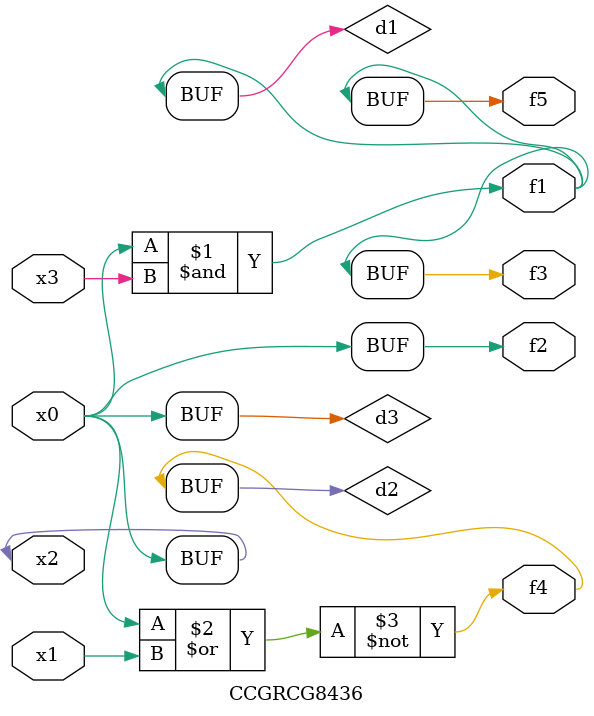
<source format=v>
module CCGRCG8436(
	input x0, x1, x2, x3,
	output f1, f2, f3, f4, f5
);

	wire d1, d2, d3;

	and (d1, x2, x3);
	nor (d2, x0, x1);
	buf (d3, x0, x2);
	assign f1 = d1;
	assign f2 = d3;
	assign f3 = d1;
	assign f4 = d2;
	assign f5 = d1;
endmodule

</source>
